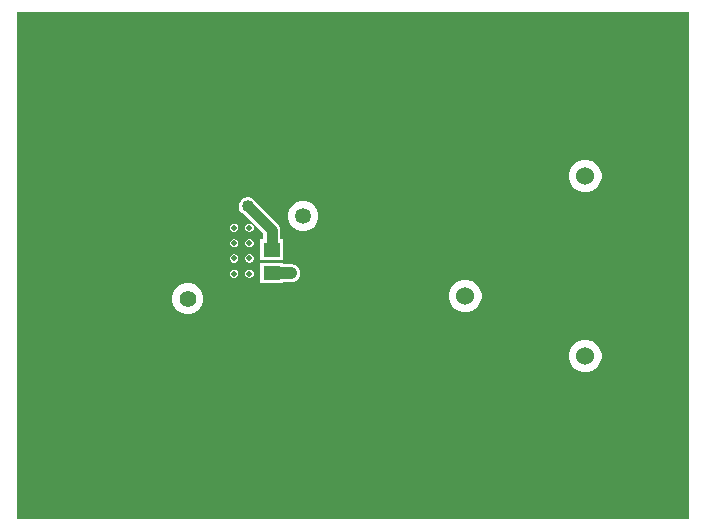
<source format=gbr>
%TF.GenerationSoftware,Altium Limited,Altium Designer,25.0.2 (28)*%
G04 Layer_Physical_Order=2*
G04 Layer_Color=16711680*
%FSLAX45Y45*%
%MOMM*%
%TF.SameCoordinates,B98E361C-49A8-4C36-954A-03D76396FE22*%
%TF.FilePolarity,Positive*%
%TF.FileFunction,Copper,L2,Bot,Signal*%
%TF.Part,Single*%
G01*
G75*
%TA.AperFunction,ConnectorPad*%
%ADD16R,4.57200X1.27000*%
%ADD18R,1.27000X4.57200*%
%TA.AperFunction,SMDPad,CuDef*%
%ADD21R,1.45000X1.20000*%
%TA.AperFunction,Conductor*%
%ADD26C,0.93980*%
%TA.AperFunction,ComponentPad*%
%ADD35C,1.52400*%
%TA.AperFunction,ViaPad*%
%ADD36C,1.34620*%
%ADD37C,1.39700*%
%ADD38C,1.01600*%
%ADD39C,0.50000*%
%ADD40C,0.60960*%
%TA.AperFunction,Conductor*%
%ADD41C,1.01600*%
G36*
X8242300Y2552700D02*
X2552700D01*
Y6845300D01*
X8242300D01*
Y2552700D01*
D02*
G37*
%LPC*%
G36*
X7384057Y5598160D02*
X7347943D01*
X7313058Y5588813D01*
X7281782Y5570755D01*
X7256245Y5545218D01*
X7238187Y5513942D01*
X7228840Y5479057D01*
Y5442943D01*
X7238187Y5408058D01*
X7256245Y5376782D01*
X7281782Y5351245D01*
X7313058Y5333187D01*
X7347943Y5323840D01*
X7384057D01*
X7418942Y5333187D01*
X7450218Y5351245D01*
X7475755Y5376782D01*
X7493813Y5408058D01*
X7503160Y5442943D01*
Y5479057D01*
X7493813Y5513942D01*
X7475755Y5545218D01*
X7450218Y5570755D01*
X7418942Y5588813D01*
X7384057Y5598160D01*
D02*
G37*
G36*
X4995287Y5246370D02*
X4961513D01*
X4928890Y5237629D01*
X4899640Y5220742D01*
X4875758Y5196860D01*
X4858871Y5167610D01*
X4850130Y5134987D01*
Y5101213D01*
X4858871Y5068590D01*
X4875758Y5039340D01*
X4899640Y5015458D01*
X4928890Y4998571D01*
X4961513Y4989830D01*
X4995287D01*
X5027910Y4998571D01*
X5057160Y5015458D01*
X5081042Y5039340D01*
X5097929Y5068590D01*
X5106670Y5101213D01*
Y5134987D01*
X5097929Y5167610D01*
X5081042Y5196860D01*
X5057160Y5220742D01*
X5027910Y5237629D01*
X4995287Y5246370D01*
D02*
G37*
G36*
X4529694Y5056160D02*
X4515706D01*
X4502783Y5050807D01*
X4492893Y5040917D01*
X4487540Y5027994D01*
Y5014006D01*
X4492893Y5001083D01*
X4502783Y4991193D01*
X4515706Y4985840D01*
X4529694D01*
X4542617Y4991193D01*
X4552507Y5001083D01*
X4557860Y5014006D01*
Y5027994D01*
X4552507Y5040917D01*
X4542617Y5050807D01*
X4529694Y5056160D01*
D02*
G37*
G36*
X4399694D02*
X4385706D01*
X4372783Y5050807D01*
X4362893Y5040917D01*
X4357540Y5027994D01*
Y5014006D01*
X4362893Y5001083D01*
X4372783Y4991193D01*
X4385706Y4985840D01*
X4399694D01*
X4412617Y4991193D01*
X4422507Y5001083D01*
X4427860Y5014006D01*
Y5027994D01*
X4422507Y5040917D01*
X4412617Y5050807D01*
X4399694Y5056160D01*
D02*
G37*
G36*
X4529694Y4926160D02*
X4515706D01*
X4502783Y4920807D01*
X4492893Y4910917D01*
X4487540Y4897994D01*
Y4884006D01*
X4492893Y4871083D01*
X4502783Y4861193D01*
X4515706Y4855840D01*
X4529694D01*
X4542617Y4861193D01*
X4552507Y4871083D01*
X4557860Y4884006D01*
Y4897994D01*
X4552507Y4910917D01*
X4542617Y4920807D01*
X4529694Y4926160D01*
D02*
G37*
G36*
X4399694D02*
X4385706D01*
X4372783Y4920807D01*
X4362893Y4910917D01*
X4357540Y4897994D01*
Y4884006D01*
X4362893Y4871083D01*
X4372783Y4861193D01*
X4385706Y4855840D01*
X4399694D01*
X4412617Y4861193D01*
X4422507Y4871083D01*
X4427860Y4884006D01*
Y4897994D01*
X4422507Y4910917D01*
X4412617Y4920807D01*
X4399694Y4926160D01*
D02*
G37*
G36*
X4518532Y5279601D02*
X4498468D01*
X4479088Y5274408D01*
X4461712Y5264376D01*
X4447525Y5250189D01*
X4437493Y5232813D01*
X4432300Y5213433D01*
Y5193369D01*
X4437493Y5173989D01*
X4447525Y5156613D01*
X4461712Y5142426D01*
X4472371Y5136271D01*
X4638685Y4969957D01*
Y4922500D01*
X4613800D01*
Y4751700D01*
X4809600D01*
Y4922500D01*
X4784715D01*
Y5000201D01*
X4782227Y5019098D01*
X4774933Y5036708D01*
X4763329Y5051830D01*
X4575629Y5239530D01*
X4569475Y5250189D01*
X4555288Y5264376D01*
X4537912Y5274408D01*
X4518532Y5279601D01*
D02*
G37*
G36*
X4529694Y4796160D02*
X4515706D01*
X4502783Y4790807D01*
X4492893Y4780917D01*
X4487540Y4767994D01*
Y4754006D01*
X4492893Y4741083D01*
X4502783Y4731193D01*
X4515706Y4725840D01*
X4529694D01*
X4542617Y4731193D01*
X4552507Y4741083D01*
X4557860Y4754006D01*
Y4767994D01*
X4552507Y4780917D01*
X4542617Y4790807D01*
X4529694Y4796160D01*
D02*
G37*
G36*
X4399694D02*
X4385706D01*
X4372783Y4790807D01*
X4362893Y4780917D01*
X4357540Y4767994D01*
Y4754006D01*
X4362893Y4741083D01*
X4372783Y4731193D01*
X4385706Y4725840D01*
X4399694D01*
X4412617Y4731193D01*
X4422507Y4741083D01*
X4427860Y4754006D01*
Y4767994D01*
X4422507Y4780917D01*
X4412617Y4790807D01*
X4399694Y4796160D01*
D02*
G37*
G36*
X4529694Y4666160D02*
X4515706D01*
X4502783Y4660807D01*
X4492893Y4650917D01*
X4487540Y4637994D01*
Y4624006D01*
X4492893Y4611083D01*
X4502783Y4601193D01*
X4515706Y4595840D01*
X4529694D01*
X4542617Y4601193D01*
X4552507Y4611083D01*
X4557860Y4624006D01*
Y4637994D01*
X4552507Y4650917D01*
X4542617Y4660807D01*
X4529694Y4666160D01*
D02*
G37*
G36*
X4399694D02*
X4385706D01*
X4372783Y4660807D01*
X4362893Y4650917D01*
X4357540Y4637994D01*
Y4624006D01*
X4362893Y4611083D01*
X4372783Y4601193D01*
X4385706Y4595840D01*
X4399694D01*
X4412617Y4601193D01*
X4422507Y4611083D01*
X4427860Y4624006D01*
Y4637994D01*
X4422507Y4650917D01*
X4412617Y4660807D01*
X4399694Y4666160D01*
D02*
G37*
G36*
X4809600Y4722500D02*
X4613800D01*
Y4551700D01*
X4809600D01*
Y4558642D01*
X4876800D01*
X4881795Y4559300D01*
X4886832D01*
X4891697Y4560604D01*
X4896692Y4561261D01*
X4901347Y4563189D01*
X4906212Y4564493D01*
X4910575Y4567012D01*
X4915229Y4568939D01*
X4919225Y4572006D01*
X4923588Y4574525D01*
X4927150Y4578087D01*
X4931147Y4581153D01*
X4934213Y4585150D01*
X4937775Y4588712D01*
X4940294Y4593075D01*
X4943361Y4597071D01*
X4945288Y4601725D01*
X4947807Y4606088D01*
X4949111Y4610953D01*
X4951039Y4615608D01*
X4951696Y4620603D01*
X4953000Y4625468D01*
Y4630505D01*
X4953658Y4635500D01*
X4953000Y4640495D01*
Y4645532D01*
X4951696Y4650397D01*
X4951039Y4655392D01*
X4949111Y4660047D01*
X4947807Y4664912D01*
X4945288Y4669275D01*
X4943361Y4673929D01*
X4940294Y4677925D01*
X4937775Y4682288D01*
X4934213Y4685850D01*
X4931147Y4689847D01*
X4927150Y4692913D01*
X4923588Y4696475D01*
X4919225Y4698994D01*
X4915229Y4702061D01*
X4910575Y4703988D01*
X4906212Y4706507D01*
X4901347Y4707811D01*
X4896692Y4709739D01*
X4891697Y4710396D01*
X4886832Y4711700D01*
X4881795D01*
X4876800Y4712358D01*
X4809600D01*
Y4722500D01*
D02*
G37*
G36*
X6368057Y4582160D02*
X6331943D01*
X6297058Y4572813D01*
X6265782Y4554755D01*
X6240245Y4529218D01*
X6222187Y4497942D01*
X6212840Y4463057D01*
Y4426943D01*
X6222187Y4392058D01*
X6240245Y4360782D01*
X6265782Y4335245D01*
X6297058Y4317187D01*
X6331943Y4307840D01*
X6368057D01*
X6402942Y4317187D01*
X6434218Y4335245D01*
X6459755Y4360782D01*
X6477813Y4392058D01*
X6487160Y4426943D01*
Y4463057D01*
X6477813Y4497942D01*
X6459755Y4529218D01*
X6434218Y4554755D01*
X6402942Y4572813D01*
X6368057Y4582160D01*
D02*
G37*
G36*
X4017721Y4550410D02*
X3983279D01*
X3950009Y4541496D01*
X3920181Y4524274D01*
X3895826Y4499919D01*
X3878604Y4470091D01*
X3869690Y4436821D01*
Y4402379D01*
X3878604Y4369109D01*
X3895826Y4339281D01*
X3920181Y4314926D01*
X3950009Y4297704D01*
X3983279Y4288790D01*
X4017721D01*
X4050991Y4297704D01*
X4080819Y4314926D01*
X4105174Y4339281D01*
X4122396Y4369109D01*
X4131310Y4402379D01*
Y4436821D01*
X4122396Y4470091D01*
X4105174Y4499919D01*
X4080819Y4524274D01*
X4050991Y4541496D01*
X4017721Y4550410D01*
D02*
G37*
G36*
X7384057Y4074160D02*
X7347943D01*
X7313058Y4064813D01*
X7281782Y4046755D01*
X7256245Y4021218D01*
X7238187Y3989942D01*
X7228840Y3955057D01*
Y3918943D01*
X7238187Y3884058D01*
X7256245Y3852782D01*
X7281782Y3827245D01*
X7313058Y3809187D01*
X7347943Y3799840D01*
X7384057D01*
X7418942Y3809187D01*
X7450218Y3827245D01*
X7475755Y3852782D01*
X7493813Y3884058D01*
X7503160Y3918943D01*
Y3955057D01*
X7493813Y3989942D01*
X7475755Y4021218D01*
X7450218Y4046755D01*
X7418942Y4064813D01*
X7384057Y4074160D01*
D02*
G37*
%LPD*%
D16*
X2781300Y5016500D02*
D03*
Y4508500D02*
D03*
D18*
X7620000Y6616700D02*
D03*
X7112000D02*
D03*
Y2781300D02*
D03*
X7620000D02*
D03*
D21*
X4711700Y4637100D02*
D03*
Y4837100D02*
D03*
D26*
X4508500Y5203401D02*
X4711700Y5000201D01*
Y4837100D02*
Y5000201D01*
D35*
X7874000Y3937000D02*
D03*
Y4445000D02*
D03*
Y4953000D02*
D03*
Y5461000D02*
D03*
X7366000Y3937000D02*
D03*
Y4445000D02*
D03*
Y4953000D02*
D03*
Y5461000D02*
D03*
X6858000Y3937000D02*
D03*
Y4445000D02*
D03*
Y4953000D02*
D03*
Y5461000D02*
D03*
X6350000Y3937000D02*
D03*
Y4445000D02*
D03*
Y4953000D02*
D03*
Y5461000D02*
D03*
D36*
X4978400Y5118100D02*
D03*
D37*
X4000500Y4419600D02*
D03*
D38*
X4508500Y5203401D02*
D03*
X4876800Y4635500D02*
D03*
D39*
X4522700Y5021000D02*
D03*
X4392700D02*
D03*
X4522700Y4631000D02*
D03*
X4392700D02*
D03*
X4522700Y4761000D02*
D03*
X4392700D02*
D03*
X4522700Y4891000D02*
D03*
X4392700D02*
D03*
D40*
X7570954Y2601400D02*
D03*
Y2687760D02*
D03*
Y2774120D02*
D03*
Y2860480D02*
D03*
Y2946840D02*
D03*
Y3033200D02*
D03*
X7161046Y2592909D02*
D03*
Y2679269D02*
D03*
Y2765629D02*
D03*
Y2851989D02*
D03*
Y2938349D02*
D03*
Y3024709D02*
D03*
X7262150Y4112690D02*
D03*
X7198659Y4054150D02*
D03*
X7165108Y3974573D02*
D03*
X7161046Y3888309D02*
D03*
Y3801949D02*
D03*
Y3715589D02*
D03*
Y3629229D02*
D03*
Y3542869D02*
D03*
Y3456509D02*
D03*
Y3370149D02*
D03*
Y3283789D02*
D03*
Y3197429D02*
D03*
Y3111069D02*
D03*
X7570954Y3119560D02*
D03*
Y3205920D02*
D03*
Y3292280D02*
D03*
Y3378640D02*
D03*
Y3465000D02*
D03*
Y3551360D02*
D03*
Y3637720D02*
D03*
Y3724080D02*
D03*
Y3810440D02*
D03*
Y3896800D02*
D03*
X7564963Y3982952D02*
D03*
X7528061Y4061031D02*
D03*
X7462323Y4117036D02*
D03*
X7379376Y4141077D02*
D03*
X7161046Y6677811D02*
D03*
Y6591451D02*
D03*
Y6505091D02*
D03*
Y6418731D02*
D03*
X7159293Y6764171D02*
D03*
X7569200Y6716105D02*
D03*
Y6629745D02*
D03*
Y6543385D02*
D03*
Y6457025D02*
D03*
X7567446Y6802466D02*
D03*
X7569200Y6370665D02*
D03*
X7161046Y6332371D02*
D03*
Y6246011D02*
D03*
Y6159651D02*
D03*
Y6073291D02*
D03*
Y5986931D02*
D03*
Y5900571D02*
D03*
Y5814211D02*
D03*
Y5727851D02*
D03*
Y5641491D02*
D03*
Y5555131D02*
D03*
Y5468771D02*
D03*
X7177042Y5383905D02*
D03*
X7225779Y5312612D02*
D03*
X7299511Y5267649D02*
D03*
X7385296Y5257702D02*
D03*
X7467559Y5283987D02*
D03*
X7531743Y5341767D02*
D03*
X7566510Y5420819D02*
D03*
X7570954Y5507065D02*
D03*
Y5593425D02*
D03*
Y5679785D02*
D03*
Y5766145D02*
D03*
Y5852505D02*
D03*
Y5938865D02*
D03*
Y6025225D02*
D03*
Y6111585D02*
D03*
Y6197945D02*
D03*
Y6284305D02*
D03*
D41*
X4711700Y4637100D02*
X4713300Y4635500D01*
X4876800D01*
%TF.MD5,02c441124617791b8585da77704030ef*%
M02*

</source>
